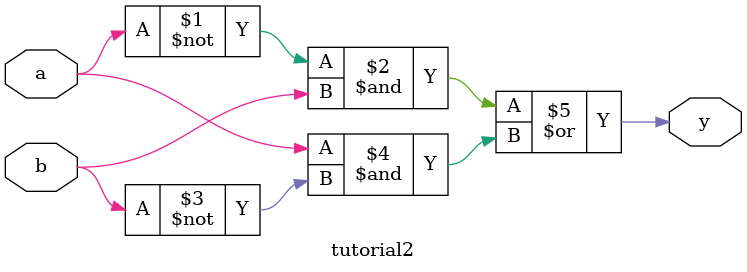
<source format=v>
module tutorial2(
    input a,
    input b,
    output y
);

assign y = (~a & b) | (a & ~b);

endmodule
</source>
